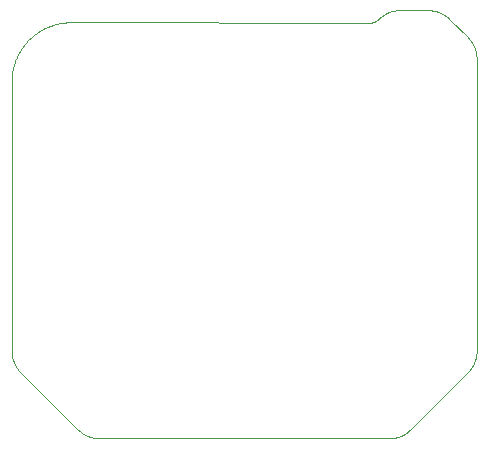
<source format=gbp>
G04 EAGLE Gerber RS-274X export*
G75*
%MOMM*%
%FSLAX34Y34*%
%LPD*%
%INSolder paste bottom*%
%IPPOS*%
%AMOC8*
5,1,8,0,0,1.08239X$1,22.5*%
G01*
%ADD10C,0.000000*%


D10*
X306979Y0D02*
X73025Y0D01*
X306979Y0D02*
X307583Y7D01*
X308188Y29D01*
X308791Y65D01*
X309393Y115D01*
X309994Y180D01*
X310594Y259D01*
X311191Y352D01*
X311786Y459D01*
X312378Y580D01*
X312967Y716D01*
X313553Y865D01*
X314135Y1029D01*
X314713Y1206D01*
X315287Y1397D01*
X315855Y1601D01*
X316419Y1819D01*
X316978Y2051D01*
X317531Y2295D01*
X318077Y2553D01*
X318618Y2824D01*
X319152Y3107D01*
X319679Y3403D01*
X320199Y3711D01*
X320711Y4032D01*
X321216Y4365D01*
X321712Y4710D01*
X322201Y5066D01*
X322680Y5434D01*
X323151Y5814D01*
X323612Y6204D01*
X324065Y6605D01*
X324507Y7017D01*
X324940Y7439D01*
X324940Y7440D02*
X373561Y56061D01*
X373560Y56060D02*
X373983Y56493D01*
X374395Y56935D01*
X374796Y57388D01*
X375186Y57849D01*
X375566Y58320D01*
X375934Y58799D01*
X376290Y59288D01*
X376635Y59784D01*
X376968Y60289D01*
X377289Y60801D01*
X377597Y61321D01*
X377893Y61848D01*
X378176Y62382D01*
X378447Y62923D01*
X378705Y63469D01*
X378949Y64022D01*
X379181Y64581D01*
X379399Y65145D01*
X379603Y65713D01*
X379794Y66287D01*
X379971Y66865D01*
X380135Y67447D01*
X380284Y68033D01*
X380420Y68622D01*
X380541Y69214D01*
X380648Y69809D01*
X380741Y70406D01*
X380820Y71006D01*
X380885Y71607D01*
X380935Y72209D01*
X380971Y72812D01*
X380993Y73417D01*
X381000Y74021D01*
X381000Y321410D01*
X380993Y322017D01*
X380971Y322624D01*
X380935Y323230D01*
X380884Y323834D01*
X380819Y324438D01*
X380739Y325040D01*
X380645Y325639D01*
X380537Y326237D01*
X380415Y326831D01*
X380278Y327423D01*
X380127Y328011D01*
X379963Y328595D01*
X379784Y329175D01*
X379591Y329751D01*
X379385Y330322D01*
X379166Y330888D01*
X378932Y331448D01*
X378686Y332003D01*
X378426Y332551D01*
X378153Y333094D01*
X377868Y333629D01*
X377569Y334158D01*
X377258Y334679D01*
X376935Y335193D01*
X376600Y335699D01*
X376252Y336197D01*
X375893Y336686D01*
X375522Y337167D01*
X375140Y337638D01*
X374747Y338100D01*
X374342Y338553D01*
X373927Y338996D01*
X373502Y339429D01*
X357749Y355079D01*
X357750Y355079D02*
X357304Y355511D01*
X356848Y355932D01*
X356382Y356342D01*
X355905Y356740D01*
X355420Y357127D01*
X354924Y357502D01*
X354420Y357864D01*
X353908Y358214D01*
X353386Y358551D01*
X352857Y358876D01*
X352320Y359187D01*
X351776Y359485D01*
X351224Y359770D01*
X350666Y360041D01*
X350101Y360299D01*
X349530Y360542D01*
X348953Y360772D01*
X348371Y360987D01*
X347783Y361189D01*
X347191Y361375D01*
X346595Y361548D01*
X345995Y361705D01*
X345390Y361848D01*
X344783Y361976D01*
X344173Y362089D01*
X343560Y362187D01*
X342944Y362271D01*
X342327Y362339D01*
X341709Y362392D01*
X341089Y362430D01*
X340469Y362452D01*
X339848Y362460D01*
X315909Y362460D01*
X315295Y362453D01*
X314681Y362430D01*
X314068Y362393D01*
X313456Y362341D01*
X312845Y362275D01*
X312237Y362193D01*
X311630Y362097D01*
X311026Y361986D01*
X310425Y361861D01*
X309827Y361721D01*
X309232Y361567D01*
X308641Y361398D01*
X308055Y361215D01*
X307473Y361018D01*
X306896Y360807D01*
X306325Y360582D01*
X305759Y360344D01*
X305199Y360092D01*
X304645Y359826D01*
X304098Y359547D01*
X303558Y359255D01*
X303025Y358950D01*
X302499Y358632D01*
X301981Y358301D01*
X301472Y357958D01*
X300971Y357603D01*
X300479Y357236D01*
X299995Y356857D01*
X299521Y356466D01*
X299057Y356064D01*
X298602Y355651D01*
X298158Y355227D01*
X298158Y355228D02*
X297947Y355027D01*
X297731Y354830D01*
X297510Y354639D01*
X297285Y354454D01*
X297055Y354274D01*
X296821Y354100D01*
X296583Y353931D01*
X296341Y353768D01*
X296095Y353611D01*
X295845Y353460D01*
X295592Y353315D01*
X295335Y353177D01*
X295075Y353044D01*
X294812Y352918D01*
X294546Y352799D01*
X294277Y352685D01*
X294005Y352579D01*
X293731Y352479D01*
X293454Y352385D01*
X293176Y352299D01*
X292895Y352219D01*
X292612Y352146D01*
X292328Y352080D01*
X292042Y352021D01*
X291755Y351968D01*
X291467Y351923D01*
X291178Y351885D01*
X290888Y351854D01*
X290597Y351829D01*
X290305Y351812D01*
X290014Y351802D01*
X289722Y351799D01*
X289722Y351798D02*
X37383Y352217D01*
X36174Y352204D01*
X34965Y352162D01*
X33758Y352091D01*
X32552Y351991D01*
X31349Y351862D01*
X30150Y351703D01*
X28955Y351516D01*
X27765Y351299D01*
X26581Y351054D01*
X25403Y350781D01*
X24231Y350479D01*
X23068Y350149D01*
X21912Y349790D01*
X20766Y349404D01*
X19630Y348990D01*
X18503Y348549D01*
X17388Y348081D01*
X16285Y347586D01*
X15193Y347064D01*
X14115Y346517D01*
X13050Y345943D01*
X11999Y345343D01*
X10964Y344719D01*
X9943Y344069D01*
X8939Y343395D01*
X7951Y342697D01*
X6980Y341975D01*
X6028Y341230D01*
X5093Y340462D01*
X4177Y339672D01*
X3281Y338860D01*
X2405Y338026D01*
X1549Y337172D01*
X714Y336297D01*
X-100Y335402D01*
X-892Y334487D01*
X-1661Y333554D01*
X-2408Y332602D01*
X-3131Y331633D01*
X-3831Y330646D01*
X-4507Y329643D01*
X-5158Y328624D01*
X-5784Y327589D01*
X-6385Y326539D01*
X-6961Y325476D01*
X-7511Y324398D01*
X-8034Y323308D01*
X-8531Y322205D01*
X-9001Y321090D01*
X-9444Y319965D01*
X-9860Y318829D01*
X-10248Y317683D01*
X-10608Y316529D01*
X-10940Y315366D01*
X-11244Y314195D01*
X-11520Y313017D01*
X-11767Y311833D01*
X-11985Y310643D01*
X-12174Y309449D01*
X-12335Y308250D01*
X-12466Y307047D01*
X-12568Y305842D01*
X-12642Y304635D01*
X-12685Y303426D01*
X-12700Y302217D01*
X-12700Y149225D01*
X-12700Y117475D01*
X-12700Y74021D01*
X43360Y7439D02*
X43793Y7017D01*
X44235Y6605D01*
X44688Y6204D01*
X45149Y5814D01*
X45620Y5434D01*
X46099Y5066D01*
X46588Y4710D01*
X47084Y4365D01*
X47589Y4032D01*
X48101Y3711D01*
X48621Y3403D01*
X49148Y3107D01*
X49682Y2824D01*
X50223Y2553D01*
X50769Y2295D01*
X51322Y2051D01*
X51881Y1819D01*
X52445Y1601D01*
X53013Y1397D01*
X53587Y1206D01*
X54165Y1029D01*
X54747Y865D01*
X55333Y716D01*
X55922Y580D01*
X56514Y459D01*
X57109Y352D01*
X57706Y259D01*
X58306Y180D01*
X58907Y115D01*
X59509Y65D01*
X60112Y29D01*
X60717Y7D01*
X61321Y0D01*
X43361Y7440D02*
X-5261Y56061D01*
X-5260Y56060D02*
X-5683Y56493D01*
X-6095Y56935D01*
X-6496Y57388D01*
X-6886Y57849D01*
X-7266Y58320D01*
X-7634Y58799D01*
X-7990Y59288D01*
X-8335Y59784D01*
X-8668Y60289D01*
X-8989Y60801D01*
X-9297Y61321D01*
X-9593Y61848D01*
X-9876Y62382D01*
X-10147Y62923D01*
X-10405Y63469D01*
X-10649Y64022D01*
X-10881Y64581D01*
X-11099Y65145D01*
X-11303Y65713D01*
X-11494Y66287D01*
X-11671Y66865D01*
X-11835Y67447D01*
X-11984Y68033D01*
X-12120Y68622D01*
X-12241Y69214D01*
X-12348Y69809D01*
X-12441Y70406D01*
X-12520Y71006D01*
X-12585Y71607D01*
X-12635Y72209D01*
X-12671Y72812D01*
X-12693Y73417D01*
X-12700Y74021D01*
X61321Y0D02*
X73025Y0D01*
M02*

</source>
